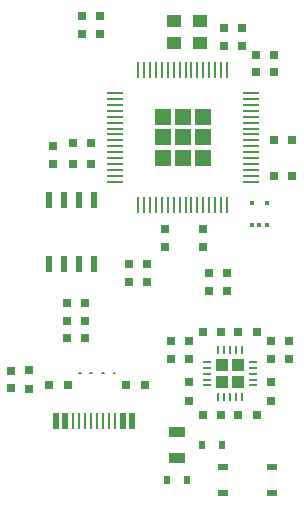
<source format=gtp>
G04*
G04 #@! TF.GenerationSoftware,Altium Limited,Altium Designer,20.0.11 (256)*
G04*
G04 Layer_Color=8421504*
%FSLAX25Y25*%
%MOIN*%
G70*
G01*
G75*
%ADD13C,0.00591*%
%ADD14R,0.04331X0.04331*%
%ADD15R,0.05512X0.05512*%
%ADD16R,0.05512X0.03543*%
%ADD17R,0.02806X0.02606*%
%ADD18R,0.03106X0.03006*%
%ADD19R,0.02606X0.02806*%
%ADD20R,0.03006X0.03106*%
%ADD21R,0.02187X0.02756*%
%ADD22R,0.03740X0.02165*%
%ADD23R,0.02756X0.02756*%
%ADD24R,0.01181X0.01575*%
%ADD25R,0.02953X0.00709*%
%ADD26R,0.00709X0.02953*%
%ADD27R,0.01968X0.05512*%
G04:AMPARAMS|DCode=28|XSize=7.87mil|YSize=55.12mil|CornerRadius=0mil|HoleSize=0mil|Usage=FLASHONLY|Rotation=0.000|XOffset=0mil|YOffset=0mil|HoleType=Round|Shape=RoundedRectangle|*
%AMROUNDEDRECTD28*
21,1,0.00787,0.05512,0,0,0.0*
21,1,0.00787,0.05512,0,0,0.0*
1,1,0.00000,0.00394,-0.02756*
1,1,0.00000,-0.00394,-0.02756*
1,1,0.00000,-0.00394,0.02756*
1,1,0.00000,0.00394,0.02756*
%
%ADD28ROUNDEDRECTD28*%
G04:AMPARAMS|DCode=29|XSize=7.87mil|YSize=55.12mil|CornerRadius=0mil|HoleSize=0mil|Usage=FLASHONLY|Rotation=90.000|XOffset=0mil|YOffset=0mil|HoleType=Round|Shape=RoundedRectangle|*
%AMROUNDEDRECTD29*
21,1,0.00787,0.05512,0,0,90.0*
21,1,0.00787,0.05512,0,0,90.0*
1,1,0.00000,0.02756,0.00394*
1,1,0.00000,0.02756,-0.00394*
1,1,0.00000,-0.02756,-0.00394*
1,1,0.00000,-0.02756,0.00394*
%
%ADD29ROUNDEDRECTD29*%
%ADD30R,0.05118X0.04331*%
%ADD31R,0.01968X0.05315*%
%ADD32R,0.00787X0.05315*%
D13*
X36805Y47400D02*
X36215D01*
X36805D01*
X40585D02*
X39994D01*
X40585D01*
X32785D02*
X32195D01*
X32785D01*
X29006D02*
X28415D01*
X29006D01*
D14*
X75984Y49997D02*
D03*
Y44485D02*
D03*
X81496D02*
D03*
Y49997D02*
D03*
D15*
X62992Y125984D02*
D03*
X69685D02*
D03*
X56299D02*
D03*
X62992Y119291D02*
D03*
Y132677D02*
D03*
X69685D02*
D03*
Y119291D02*
D03*
X56299D02*
D03*
Y132677D02*
D03*
D16*
X61024Y19291D02*
D03*
Y27953D02*
D03*
D17*
X51181Y83759D02*
D03*
Y77659D02*
D03*
X11811Y42226D02*
D03*
Y48326D02*
D03*
X98425Y58168D02*
D03*
Y52068D02*
D03*
X64961D02*
D03*
Y58168D02*
D03*
X59055D02*
D03*
Y52068D02*
D03*
X82677Y162499D02*
D03*
Y156399D02*
D03*
X19685Y117029D02*
D03*
Y123129D02*
D03*
X35433Y160336D02*
D03*
Y166436D02*
D03*
X29528Y160336D02*
D03*
Y166436D02*
D03*
X92520Y52068D02*
D03*
Y58168D02*
D03*
D18*
X45276Y83759D02*
D03*
Y77659D02*
D03*
X64961Y38289D02*
D03*
Y44389D02*
D03*
X92520Y38289D02*
D03*
Y44389D02*
D03*
X76772Y156399D02*
D03*
Y162499D02*
D03*
X69882Y95570D02*
D03*
Y89470D02*
D03*
X57087Y95570D02*
D03*
Y89470D02*
D03*
D19*
X30609Y70866D02*
D03*
X24509D02*
D03*
Y64961D02*
D03*
X30609D02*
D03*
X71753Y74803D02*
D03*
X77853D02*
D03*
X18604Y43307D02*
D03*
X24703D02*
D03*
X50294D02*
D03*
X44194D02*
D03*
X87501Y147638D02*
D03*
X93601D02*
D03*
D20*
X24509Y59055D02*
D03*
X30609D02*
D03*
X77853Y80709D02*
D03*
X71753D02*
D03*
X81596Y61024D02*
D03*
X87696D02*
D03*
X75885D02*
D03*
X69785D02*
D03*
X81596Y33465D02*
D03*
X87696D02*
D03*
X75885D02*
D03*
X69785D02*
D03*
X93601Y153543D02*
D03*
X87501D02*
D03*
X93407Y125000D02*
D03*
X99507D02*
D03*
X93407Y113189D02*
D03*
X99507D02*
D03*
X32578Y124016D02*
D03*
X26478D02*
D03*
X32578Y117126D02*
D03*
X26478D02*
D03*
D21*
X57765Y11811D02*
D03*
X64283D02*
D03*
X69576Y23622D02*
D03*
X76094D02*
D03*
D22*
X76476Y16043D02*
D03*
X92815D02*
D03*
X76476Y7579D02*
D03*
X92815D02*
D03*
D23*
X5906Y42323D02*
D03*
Y48228D02*
D03*
D24*
X86024Y104134D02*
D03*
X91142D02*
D03*
Y96653D02*
D03*
X88583D02*
D03*
X86024D02*
D03*
D25*
X70965Y43307D02*
D03*
Y45276D02*
D03*
Y47244D02*
D03*
Y49213D02*
D03*
Y51181D02*
D03*
X86516D02*
D03*
Y49213D02*
D03*
Y47244D02*
D03*
Y45276D02*
D03*
Y43307D02*
D03*
D26*
X74803Y55020D02*
D03*
X76772D02*
D03*
X78740D02*
D03*
X80709D02*
D03*
X82677D02*
D03*
Y39469D02*
D03*
X80709D02*
D03*
X78740D02*
D03*
X76772D02*
D03*
X74803D02*
D03*
D27*
X18484Y83858D02*
D03*
X23484D02*
D03*
X28484D02*
D03*
X33484D02*
D03*
X18484Y105118D02*
D03*
X23484D02*
D03*
X28484D02*
D03*
X33484D02*
D03*
D28*
X48228Y148622D02*
D03*
X50197D02*
D03*
X52165D02*
D03*
X54134D02*
D03*
X56102D02*
D03*
X58071D02*
D03*
X60039D02*
D03*
X62008D02*
D03*
X63976D02*
D03*
X65945D02*
D03*
X67913D02*
D03*
X69882D02*
D03*
X71850D02*
D03*
X73819D02*
D03*
X75787D02*
D03*
X77756D02*
D03*
Y103347D02*
D03*
X75787D02*
D03*
X73819D02*
D03*
X71850D02*
D03*
X69882D02*
D03*
X67913D02*
D03*
X65945D02*
D03*
X63976D02*
D03*
X62008D02*
D03*
X60039D02*
D03*
X58071D02*
D03*
X56102D02*
D03*
X54134D02*
D03*
X52165D02*
D03*
X50197D02*
D03*
X48228D02*
D03*
D29*
X85630Y140748D02*
D03*
Y138779D02*
D03*
Y136811D02*
D03*
Y134843D02*
D03*
Y132874D02*
D03*
Y130905D02*
D03*
Y128937D02*
D03*
Y126969D02*
D03*
Y125000D02*
D03*
Y123031D02*
D03*
Y121063D02*
D03*
Y119095D02*
D03*
Y117126D02*
D03*
Y115157D02*
D03*
Y113189D02*
D03*
Y111221D02*
D03*
X40354D02*
D03*
Y113189D02*
D03*
Y115157D02*
D03*
Y117126D02*
D03*
Y119095D02*
D03*
Y121063D02*
D03*
Y123031D02*
D03*
Y125000D02*
D03*
Y126969D02*
D03*
Y128937D02*
D03*
Y130905D02*
D03*
Y132874D02*
D03*
Y134843D02*
D03*
Y136811D02*
D03*
Y138779D02*
D03*
Y140748D02*
D03*
D30*
X60039Y157480D02*
D03*
X68701D02*
D03*
X60039Y164961D02*
D03*
X68701D02*
D03*
D31*
X20669Y31516D02*
D03*
X46260D02*
D03*
X23819D02*
D03*
X43110D02*
D03*
D32*
X26575D02*
D03*
X28543D02*
D03*
X40354D02*
D03*
X38386D02*
D03*
X36417D02*
D03*
X30512D02*
D03*
X34449D02*
D03*
X32480D02*
D03*
M02*

</source>
